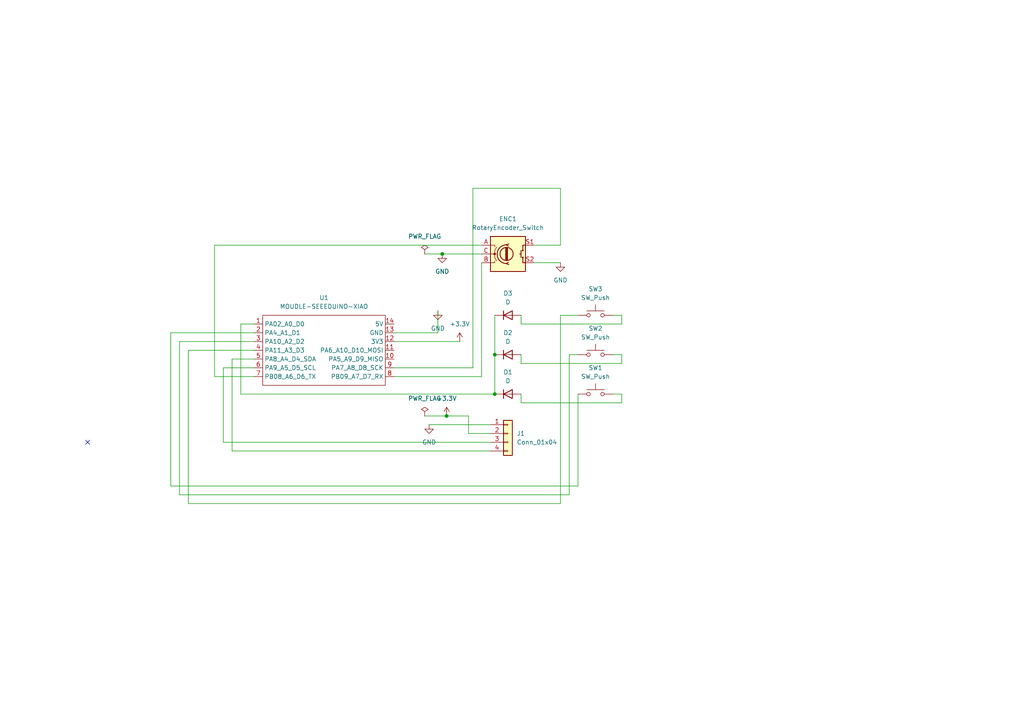
<source format=kicad_sch>
(kicad_sch (version 20250114) (generator "eeschema") (generator_version "9.0")
  (paper "A4")
  (lib_symbols
    (symbol "Connector_Generic:Conn_01x04" (pin_names (offset 1.016) (hide yes))
      (property "Reference" "J" (at 0 5.08 0))
      (property "Value" "Conn_01x04" (at 0 -7.62 0))
      (symbol "Conn_01x04_1_1"
        (rectangle (start -1.27 3.81) (end 1.27 -6.35) (stroke (width 0.254)) (fill (type background)))
        (rectangle (start -1.27 2.667) (end 0 2.413) (stroke (width 0.1524)))
        (rectangle (start -1.27 0.127) (end 0 -0.127) (stroke (width 0.1524)))
        (rectangle (start -1.27 -2.413) (end 0 -2.667) (stroke (width 0.1524)))
        (rectangle (start -1.27 -4.953) (end 0 -5.207) (stroke (width 0.1524)))
        (pin passive line (at -5.08 2.54 0) (length 3.81) (name "Pin_1") (number "1"))
        (pin passive line (at -5.08 0 0) (length 3.81) (name "Pin_2") (number "2"))
        (pin passive line (at -5.08 -2.54 0) (length 3.81) (name "Pin_3") (number "3"))
        (pin passive line (at -5.08 -5.08 0) (length 3.81) (name "Pin_4") (number "4"))
      )
    )
    (symbol "Device:D" (pin_numbers (hide yes)) (pin_names (offset 1.016) (hide yes))
      (property "Reference" "D" (at 0 2.54 0))
      (property "Value" "D" (at 0 -2.54 0))
      (symbol "D_0_1"
        (polyline (pts (xy -1.27 1.27) (xy -1.27 -1.27)) (stroke (width 0.254)))
        (polyline (pts (xy 1.27 1.27) (xy 1.27 -1.27) (xy -1.27 0) (xy 1.27 1.27)) (stroke (width 0.254)))
        (polyline (pts (xy 1.27 0) (xy -1.27 0)))
      )
      (symbol "D_1_1"
        (pin passive line (at -3.81 0 0) (length 2.54) (name "K") (number "1"))
        (pin passive line (at 3.81 0 180) (length 2.54) (name "A") (number "2"))
      )
    )
    (symbol "Device:RotaryEncoder_Switch" (pin_names (offset 0.254) (hide yes))
      (property "Reference" "SW" (at 0 6.604 0))
      (property "Value" "RotaryEncoder_Switch" (at 0 -6.604 0))
      (symbol "RotaryEncoder_Switch_0_1"
        (rectangle (start -5.08 5.08) (end 5.08 -5.08) (stroke (width 0.254)) (fill (type background)))
        (polyline (pts (xy -5.08 2.54) (xy -3.81 2.54) (xy -3.81 2.032)))
        (polyline (pts (xy -5.08 0) (xy -3.81 0) (xy -3.81 -1.016) (xy -3.302 -2.032)))
        (polyline (pts (xy -5.08 -2.54) (xy -3.81 -2.54) (xy -3.81 -2.032)))
        (polyline (pts (xy -4.318 0) (xy -3.81 0) (xy -3.81 1.016) (xy -3.302 2.032)))
        (circle (center -3.81 0) (radius 0.254) (fill (type outline)))
        (polyline (pts (xy -0.635 -1.778) (xy -0.635 1.778)) (stroke (width 0.254)))
        (circle (center -0.381 0) (radius 1.905) (stroke (width 0.254)))
        (polyline (pts (xy -0.381 -1.778) (xy -0.381 1.778)) (stroke (width 0.254)))
        (arc (start -0.381 -2.794) (mid -3.0988 -0.0635) (end -0.381 2.667) (stroke (width 0.254)))
        (polyline (pts (xy -0.127 1.778) (xy -0.127 -1.778)) (stroke (width 0.254)))
        (polyline (pts (xy 0.254 2.921) (xy -0.508 2.667) (xy 0.127 2.286)) (stroke (width 0.254)))
        (polyline (pts (xy 0.254 -3.048) (xy -0.508 -2.794) (xy 0.127 -2.413)) (stroke (width 0.254)))
        (polyline (pts (xy 3.81 1.016) (xy 3.81 -1.016)) (stroke (width 0.254)))
        (polyline (pts (xy 3.81 0) (xy 3.429 0)) (stroke (width 0.254)))
        (circle (center 4.318 1.016) (radius 0.127) (stroke (width 0.254)))
        (circle (center 4.318 -1.016) (radius 0.127) (stroke (width 0.254)))
        (polyline (pts (xy 5.08 2.54) (xy 4.318 2.54) (xy 4.318 1.016)) (stroke (width 0.254)))
        (polyline (pts (xy 5.08 -2.54) (xy 4.318 -2.54) (xy 4.318 -1.016)) (stroke (width 0.254)))
      )
      (symbol "RotaryEncoder_Switch_1_1"
        (pin passive line (at -7.62 2.54 0) (length 2.54) (name "A") (number "A"))
        (pin passive line (at -7.62 0 0) (length 2.54) (name "C") (number "C"))
        (pin passive line (at -7.62 -2.54 0) (length 2.54) (name "B") (number "B"))
        (pin passive line (at 7.62 2.54 180) (length 2.54) (name "S1") (number "S1"))
        (pin passive line (at 7.62 -2.54 180) (length 2.54) (name "S2") (number "S2"))
      )
    )
    (symbol "Switch:SW_Push" (pin_numbers (hide yes)) (pin_names (offset 1.016) (hide yes))
      (property "Reference" "SW" (at 1.27 2.54 0))
      (property "Value" "SW_Push" (at 0 -1.524 0))
      (symbol "SW_Push_0_1"
        (circle (center -2.032 0) (radius 0.508))
        (polyline (pts (xy 0 1.27) (xy 0 3.048)))
        (circle (center 2.032 0) (radius 0.508))
        (polyline (pts (xy 2.54 1.27) (xy -2.54 1.27)))
        (pin passive line (at -5.08 0 0) (length 2.54) (name "1") (number "1"))
        (pin passive line (at 5.08 0 180) (length 2.54) (name "2") (number "2"))
      )
    )
    (symbol "XIAO_RP2040:MOUDLE-SEEEDUINO-XIAO"
      (property "Reference" "U" (at -16.51 11.43 0))
      (property "Value" "MOUDLE-SEEEDUINO-XIAO" (at -3.81 -11.43 0))
      (symbol "MOUDLE-SEEEDUINO-XIAO_0_1"
        (rectangle (start -16.51 10.16) (end 19.05 -10.16))
      )
      (symbol "MOUDLE-SEEEDUINO-XIAO_1_1"
        (pin passive line (at -19.05 7.62 0) (length 2.54) (name "PA02_A0_D0") (number "1"))
        (pin passive line (at -19.05 5.08 0) (length 2.54) (name "PA4_A1_D1") (number "2"))
        (pin passive line (at -19.05 2.54 0) (length 2.54) (name "PA10_A2_D2") (number "3"))
        (pin passive line (at -19.05 0 0) (length 2.54) (name "PA11_A3_D3") (number "4"))
        (pin passive line (at -19.05 -2.54 0) (length 2.54) (name "PA8_A4_D4_SDA") (number "5"))
        (pin passive line (at -19.05 -5.08 0) (length 2.54) (name "PA9_A5_D5_SCL") (number "6"))
        (pin passive line (at -19.05 -7.62 0) (length 2.54) (name "PB08_A6_D6_TX") (number "7"))
        (pin passive line (at 21.59 7.62 180) (length 2.54) (name "5V") (number "14"))
        (pin passive line (at 21.59 5.08 180) (length 2.54) (name "GND") (number "13"))
        (pin passive line (at 21.59 2.54 180) (length 2.54) (name "3V3") (number "12"))
        (pin passive line (at 21.59 0 180) (length 2.54) (name "PA6_A10_D10_MOSI") (number "11"))
        (pin passive line (at 21.59 -2.54 180) (length 2.54) (name "PA5_A9_D9_MISO") (number "10"))
        (pin passive line (at 21.59 -5.08 180) (length 2.54) (name "PA7_A8_D8_SCK") (number "9"))
        (pin passive line (at 21.59 -7.62 180) (length 2.54) (name "PB09_A7_D7_RX") (number "8"))
      )
    )
    (symbol "power:+3.3V" (power) (pin_numbers (hide yes)) (pin_names (offset 0) (hide yes))
      (property "Value" "+3.3V" (at 0 3.556 0))
      (symbol "+3.3V_0_1"
        (polyline (pts (xy -0.762 1.27) (xy 0 2.54)))
        (polyline (pts (xy 0 2.54) (xy 0.762 1.27)))
        (polyline (pts (xy 0 0) (xy 0 2.54)))
      )
      (symbol "+3.3V_1_1"
        (pin power_in line (at 0 0 90) (length 0) (name "~") (number "1"))
      )
    )
    (symbol "power:GND" (power) (pin_numbers (hide yes)) (pin_names (offset 0) (hide yes))
      (property "Value" "GND" (at 0 -3.81 0))
      (symbol "GND_0_1"
        (polyline (pts (xy 0 0) (xy 0 -1.27) (xy 1.27 -1.27) (xy 0 -2.54) (xy -1.27 -1.27) (xy 0 -1.27)))
      )
      (symbol "GND_1_1"
        (pin power_in line (at 0 0 270) (length 0) (name "~") (number "1"))
      )
    )
    (symbol "power:PWR_FLAG" (power) (pin_numbers (hide yes)) (pin_names (offset 0) (hide yes))
      (property "Value" "PWR_FLAG" (at 0 3.81 0))
      (symbol "PWR_FLAG_0_0"
        (pin power_out line (at 0 0 90) (length 0) (name "~") (number "1"))
      )
      (symbol "PWR_FLAG_0_1"
        (polyline (pts (xy 0 0) (xy 0 1.27) (xy -1.016 1.905) (xy 0 2.54) (xy 1.016 1.905) (xy 0 1.27)))
      )
    )
  )
  (junction (at 129.54 120.65))
  (junction (at 143.51 114.3))
  (junction (at 143.51 102.87))
  (junction (at 128.27 73.66))
  (no_connect (at 25.4 128.27))
  (wire (pts (xy 167.64 114.3) (xy 167.64 140.97)))
  (wire (pts (xy 54.61 146.05) (xy 54.61 101.6)))
  (wire (pts (xy 114.3 99.06) (xy 133.35 99.06)))
  (wire (pts (xy 62.23 109.22) (xy 73.66 109.22)))
  (wire (pts (xy 154.94 71.12) (xy 162.56 71.12)))
  (wire (pts (xy 135.89 120.65) (xy 129.54 120.65)))
  (wire (pts (xy 139.7 76.2) (xy 139.7 109.22)))
  (wire (pts (xy 151.13 91.44) (xy 151.13 93.98)))
  (wire (pts (xy 52.07 99.06) (xy 73.66 99.06)))
  (wire (pts (xy 137.16 106.68) (xy 114.3 106.68)))
  (wire (pts (xy 154.94 76.2) (xy 162.56 76.2)))
  (wire (pts (xy 142.24 125.73) (xy 135.89 125.73)))
  (wire (pts (xy 128.27 73.66) (xy 139.7 73.66)))
  (wire (pts (xy 180.34 91.44) (xy 180.34 93.98)))
  (wire (pts (xy 123.19 73.66) (xy 128.27 73.66)))
  (wire (pts (xy 143.51 102.87) (xy 143.51 114.3)))
  (wire (pts (xy 62.23 71.12) (xy 62.23 109.22)))
  (wire (pts (xy 180.34 114.3) (xy 180.34 116.84)))
  (wire (pts (xy 143.51 114.3) (xy 69.85 114.3)))
  (wire (pts (xy 67.31 104.14) (xy 73.66 104.14)))
  (wire (pts (xy 142.24 130.81) (xy 67.31 130.81)))
  (wire (pts (xy 180.34 105.41) (xy 151.13 105.41)))
  (wire (pts (xy 142.24 123.19) (xy 124.46 123.19)))
  (wire (pts (xy 139.7 109.22) (xy 114.3 109.22)))
  (wire (pts (xy 114.3 96.52) (xy 127 96.52)))
  (wire (pts (xy 123.19 120.65) (xy 129.54 120.65)))
  (wire (pts (xy 167.64 140.97) (xy 49.53 140.97)))
  (wire (pts (xy 49.53 96.52) (xy 73.66 96.52)))
  (wire (pts (xy 54.61 101.6) (xy 73.66 101.6)))
  (wire (pts (xy 177.8 114.3) (xy 180.34 114.3)))
  (wire (pts (xy 162.56 54.61) (xy 137.16 54.61)))
  (wire (pts (xy 52.07 143.51) (xy 52.07 99.06)))
  (wire (pts (xy 162.56 71.12) (xy 162.56 54.61)))
  (wire (pts (xy 64.77 106.68) (xy 73.66 106.68)))
  (wire (pts (xy 69.85 93.98) (xy 73.66 93.98)))
  (wire (pts (xy 177.8 91.44) (xy 180.34 91.44)))
  (wire (pts (xy 137.16 54.61) (xy 137.16 106.68)))
  (wire (pts (xy 165.1 143.51) (xy 52.07 143.51)))
  (wire (pts (xy 67.31 130.81) (xy 67.31 104.14)))
  (wire (pts (xy 64.77 128.27) (xy 64.77 106.68)))
  (wire (pts (xy 177.8 102.87) (xy 180.34 102.87)))
  (wire (pts (xy 165.1 102.87) (xy 165.1 143.51)))
  (wire (pts (xy 127 96.52) (xy 127 90.17)))
  (wire (pts (xy 135.89 125.73) (xy 135.89 120.65)))
  (wire (pts (xy 142.24 128.27) (xy 64.77 128.27)))
  (wire (pts (xy 180.34 93.98) (xy 151.13 93.98)))
  (wire (pts (xy 162.56 91.44) (xy 162.56 146.05)))
  (wire (pts (xy 180.34 102.87) (xy 180.34 105.41)))
  (wire (pts (xy 167.64 102.87) (xy 165.1 102.87)))
  (wire (pts (xy 167.64 91.44) (xy 162.56 91.44)))
  (wire (pts (xy 139.7 71.12) (xy 62.23 71.12)))
  (wire (pts (xy 180.34 116.84) (xy 151.13 116.84)))
  (wire (pts (xy 49.53 140.97) (xy 49.53 96.52)))
  (wire (pts (xy 69.85 114.3) (xy 69.85 93.98)))
  (wire (pts (xy 162.56 146.05) (xy 54.61 146.05)))
  (wire (pts (xy 151.13 102.87) (xy 151.13 105.41)))
  (wire (pts (xy 143.51 91.44) (xy 143.51 102.87)))
  (wire (pts (xy 151.13 114.3) (xy 151.13 116.84)))
  (symbol (lib_id "Device:D") (at 147.32 114.3 0) (unit 1)
    (property "Reference" "D1" (at 147.32 107.95 0))
    (property "Value" "D" (at 147.32 110.49 0))
    (property "Footprint" "Diode_THT:D_DO-35_SOD27_P7.62mm_Horizontal" (effects (hide yes)))
    (property "Description" "Diode" (effects (hide yes)))
    (property "Sim.Device" "D" (effects (hide yes)))
    (property "Sim.Pins" "1=K 2=A" (effects (hide yes)))
  )
  (symbol (lib_id "XIAO_RP2040:MOUDLE-SEEEDUINO-XIAO") (at 92.71 101.6 0) (unit 1)
    (property "Reference" "U1" (at 93.98 86.36 0))
    (property "Value" "MOUDLE-SEEEDUINO-XIAO" (at 93.98 88.9 0))
    (property "Footprint" "footprints:XIAO-Generic-Hybrid-14P-2.54-21X17.8MM" (effects (hide yes)))
  )
  (symbol (lib_id "power:GND") (at 124.46 123.19 0) (unit 1)
    (property "Reference" "#PWR04" (effects (hide yes)))
    (property "Value" "GND" (at 124.46 128.27 0))
    (property "Description" "Power symbol creates a global label with name \"GND\" , ground" (effects (hide yes)))
  )
  (symbol (lib_id "Device:D") (at 147.32 91.44 0) (unit 1)
    (property "Reference" "D3" (at 147.32 85.09 0))
    (property "Value" "D" (at 147.32 87.63 0))
    (property "Footprint" "Diode_THT:D_DO-35_SOD27_P7.62mm_Horizontal" (effects (hide yes)))
    (property "Description" "Diode" (effects (hide yes)))
    (property "Sim.Device" "D" (effects (hide yes)))
    (property "Sim.Pins" "1=K 2=A" (effects (hide yes)))
  )
  (symbol (lib_id "power:GND") (at 127 90.17 0) (unit 1)
    (property "Reference" "#PWR03" (effects (hide yes)))
    (property "Value" "GND" (at 127 95.25 0))
    (property "Description" "Power symbol creates a global label with name \"GND\" , ground" (effects (hide yes)))
  )
  (symbol (lib_id "power:+3.3V") (at 129.54 120.65 0) (unit 1)
    (property "Reference" "#PWR05" (effects (hide yes)))
    (property "Value" "+3.3V" (at 129.54 115.57 0))
    (property "Description" "Power symbol creates a global label with name \"+3.3V\"" (effects (hide yes)))
  )
  (symbol (lib_id "Device:RotaryEncoder_Switch") (at 147.32 73.66 0) (unit 1)
    (property "Reference" "ENC1" (at 147.32 63.5 0))
    (property "Value" "RotaryEncoder_Switch" (at 147.32 66.04 0))
    (property "Footprint" "Rotary_Encoder:RotaryEncoder_Alps_EC11E-Switch_Vertical_H20mm" (effects (hide yes)))
    (property "Description" "Rotary encoder, dual channel, incremental quadrate outputs, with switch" (effects (hide yes)))
  )
  (symbol (lib_id "power:+3.3V") (at 133.35 99.06 0) (unit 1)
    (property "Reference" "#PWR06" (effects (hide yes)))
    (property "Value" "+3.3V" (at 133.35 93.98 0))
    (property "Description" "Power symbol creates a global label with name \"+3.3V\"" (effects (hide yes)))
  )
  (symbol (lib_id "Switch:SW_Push") (at 172.72 102.87 0) (unit 1)
    (property "Reference" "SW2" (at 172.72 95.25 0))
    (property "Value" "SW_Push" (at 172.72 97.79 0))
    (property "Footprint" "Button_Switch_Keyboard:SW_Cherry_MX_1.00u_PCB" (effects (hide yes)))
    (property "Description" "Push button switch, generic, two pins" (effects (hide yes)))
  )
  (symbol (lib_id "power:PWR_FLAG") (at 123.19 73.66 0) (unit 1)
    (property "Reference" "#FLG02" (effects (hide yes)))
    (property "Value" "PWR_FLAG" (at 123.19 68.58 0))
    (property "Description" "Special symbol for telling ERC where power comes from" (effects (hide yes)))
  )
  (symbol (lib_id "Connector_Generic:Conn_01x04") (at 147.32 125.73 0) (unit 1)
    (property "Reference" "J1" (at 149.86 125.7299 0) (effects (justify left)))
    (property "Value" "Conn_01x04" (at 149.86 128.2699 0) (effects (justify left)))
    (property "Footprint" "Connector_PinHeader_2.54mm:PinHeader_1x04_P2.54mm_Vertical" (effects (hide yes)))
    (property "Description" "Generic connector, single row, 01x04, script generated (kicad-library-utils/schlib/autogen/connector/)" (effects (hide yes)))
  )
  (symbol (lib_id "power:PWR_FLAG") (at 123.19 120.65 0) (unit 1)
    (property "Reference" "#FLG01" (effects (hide yes)))
    (property "Value" "PWR_FLAG" (at 123.19 115.57 0))
    (property "Description" "Special symbol for telling ERC where power comes from" (effects (hide yes)))
  )
  (symbol (lib_id "power:GND") (at 128.27 73.66 0) (unit 1)
    (property "Reference" "#PWR01" (effects (hide yes)))
    (property "Value" "GND" (at 128.27 78.74 0))
    (property "Description" "Power symbol creates a global label with name \"GND\" , ground" (effects (hide yes)))
  )
  (symbol (lib_id "Device:D") (at 147.32 102.87 0) (unit 1)
    (property "Reference" "D2" (at 147.32 96.52 0))
    (property "Value" "D" (at 147.32 99.06 0))
    (property "Footprint" "Diode_THT:D_DO-35_SOD27_P7.62mm_Horizontal" (effects (hide yes)))
    (property "Description" "Diode" (effects (hide yes)))
    (property "Sim.Device" "D" (effects (hide yes)))
    (property "Sim.Pins" "1=K 2=A" (effects (hide yes)))
  )
  (symbol (lib_id "power:GND") (at 162.56 76.2 0) (unit 1)
    (property "Reference" "#PWR02" (effects (hide yes)))
    (property "Value" "GND" (at 162.56 81.28 0))
    (property "Description" "Power symbol creates a global label with name \"GND\" , ground" (effects (hide yes)))
  )
  (symbol (lib_id "Switch:SW_Push") (at 172.72 91.44 0) (unit 1)
    (property "Reference" "SW3" (at 172.72 83.82 0))
    (property "Value" "SW_Push" (at 172.72 86.36 0))
    (property "Footprint" "Button_Switch_Keyboard:SW_Cherry_MX_1.00u_PCB" (effects (hide yes)))
    (property "Description" "Push button switch, generic, two pins" (effects (hide yes)))
  )
  (symbol (lib_id "Switch:SW_Push") (at 172.72 114.3 0) (unit 1)
    (property "Reference" "SW1" (at 172.72 106.68 0))
    (property "Value" "SW_Push" (at 172.72 109.22 0))
    (property "Footprint" "Button_Switch_Keyboard:SW_Cherry_MX_1.00u_PCB" (effects (hide yes)))
    (property "Description" "Push button switch, generic, two pins" (effects (hide yes)))
  )
)
</source>
